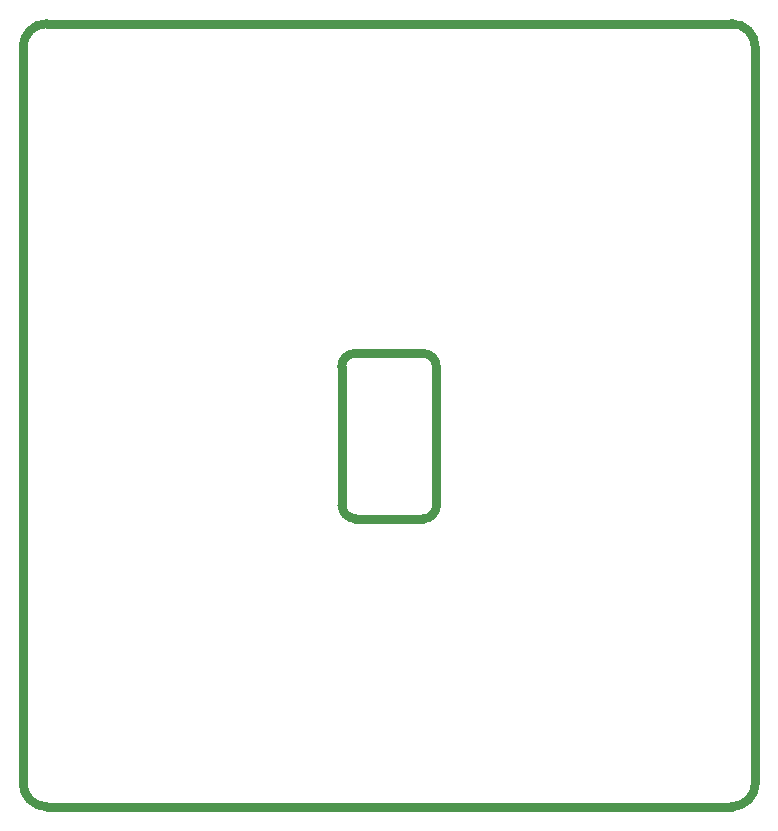
<source format=gbr>
G04 Layer_Color=16711935*
%FSLAX26Y26*%
%MOIN*%
%TF.FileFunction,Mechanical*%
%TF.Part,Single*%
G01*
G75*
%TA.AperFunction,NonConductor*%
%ADD61C,0.030000*%
D61*
X2362204Y0D02*
G03*
X2440945Y78741I0J78741D01*
G01*
X-1Y78740D02*
G03*
X78740Y-1I78741J0D01*
G01*
X2440944Y2531496D02*
G03*
X2362204Y2610236I-78740J0D01*
G01*
X78740D02*
G03*
X0Y2531496I0J-78740D01*
G01*
X1377953Y1466535D02*
G03*
X1333661Y1510827I-44291J0D01*
G01*
X1106299Y1510827D02*
G03*
X1062008Y1466535I0J-44291D01*
G01*
X1062992Y1004921D02*
G03*
X1107284Y960630I44291J0D01*
G01*
X1333661Y959646D02*
G03*
X1377953Y1003937I0J44291D01*
G01*
X0Y78740D02*
Y2531496D01*
X2440944Y78740D02*
Y2531496D01*
X78740Y0D02*
X2362204D01*
X78740Y2610236D02*
X2362204D01*
X1377952Y1003938D02*
Y1466535D01*
X1107284Y959645D02*
X1333662D01*
X1062992Y1004922D02*
Y1466535D01*
X1106300Y1510828D02*
X1333662D01*
%TF.MD5,9EAD6CF922E0A449BD2E600B3F05E52D*%
M02*

</source>
